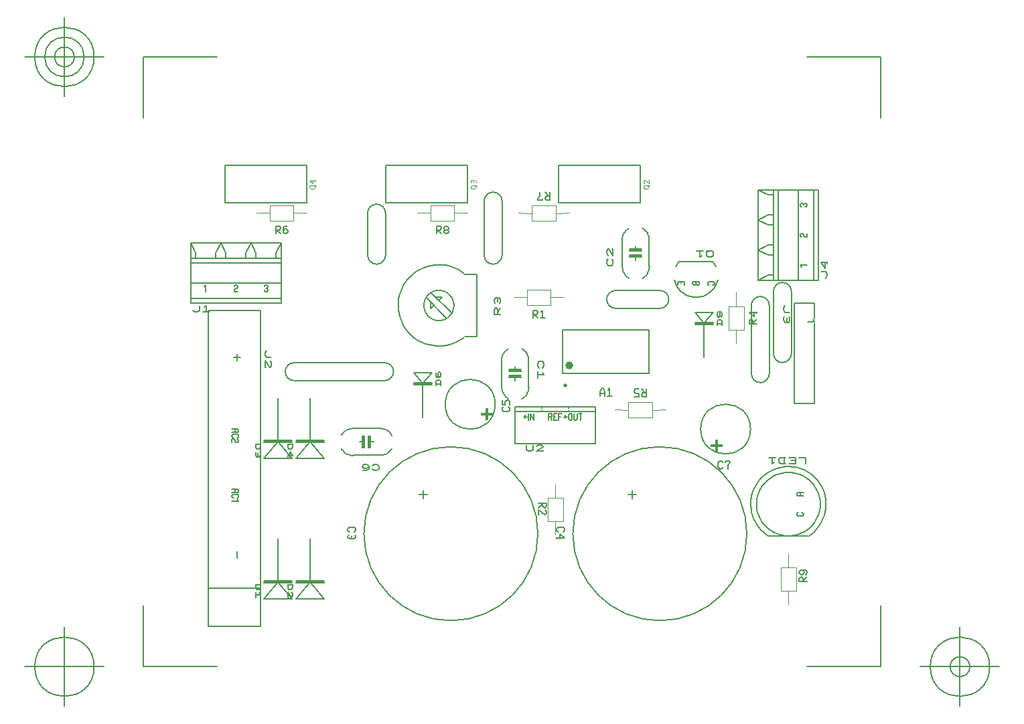
<source format=gbr>
G04 Generated by Ultiboard 14.1 *
%FSLAX34Y34*%
%MOMM*%

%ADD10C,0.0001*%
%ADD11C,0.2032*%
%ADD12C,0.0010*%
%ADD13C,0.1556*%
%ADD14C,0.1000*%
%ADD15C,0.1129*%
%ADD16C,0.2000*%
%ADD17C,0.1270*%
%ADD18C,0.50000*%
%ADD19C,1.00000*%


G04 ColorRGB FFFF00 for the following layer *
%LNSilkscreen Top*%
%LPD*%
G54D10*
G54D11*
X127816Y354189D02*
X126305Y351367D01*
X126305Y348544D01*
X127816Y345722D01*
X133864Y345722D01*
X132352Y341489D02*
X133864Y338667D01*
X133864Y335844D01*
X132352Y333022D01*
X131596Y333022D01*
X126305Y341489D01*
X126305Y333022D01*
X127060Y333022D01*
X54187Y5292D02*
X54187Y405342D01*
X119803Y5292D02*
X119803Y405342D01*
X54187Y405342D01*
X85937Y346075D02*
X94403Y346075D01*
X90170Y350308D02*
X90170Y341842D01*
X83820Y255058D02*
X90170Y255058D01*
X119803Y53975D02*
X54187Y53975D01*
X54187Y5292D02*
X119803Y5292D01*
X83820Y174625D02*
X90170Y174625D01*
X83820Y250825D02*
X90170Y250825D01*
X85937Y248708D02*
X90170Y248708D01*
X88054Y240242D02*
X88046Y240426D01*
X88022Y240610D01*
X87982Y240790D01*
X87926Y240966D01*
X87855Y241137D01*
X87770Y241300D01*
X87671Y241456D01*
X87558Y241603D01*
X87434Y241739D01*
X87298Y241863D01*
X87151Y241976D01*
X86995Y242075D01*
X86832Y242160D01*
X86661Y242231D01*
X86485Y242287D01*
X86305Y242327D01*
X86121Y242351D01*
X85937Y242359D01*
X83820Y178858D02*
X90170Y178858D01*
X85937Y172508D02*
X90170Y172508D01*
X92287Y164042D02*
X83820Y164042D01*
X85937Y248709D02*
X85753Y248701D01*
X85569Y248677D01*
X85389Y248637D01*
X85213Y248581D01*
X85042Y248510D01*
X84879Y248425D01*
X84723Y248326D01*
X84576Y248213D01*
X84440Y248089D01*
X84316Y247953D01*
X84203Y247806D01*
X84104Y247650D01*
X84019Y247487D01*
X83948Y247316D01*
X83892Y247140D01*
X83852Y246960D01*
X83828Y246776D01*
X83820Y246592D01*
X83828Y246408D01*
X83852Y246224D01*
X83892Y246044D01*
X83948Y245868D01*
X84019Y245697D01*
X84104Y245534D01*
X84203Y245378D01*
X84316Y245231D01*
X84440Y245095D01*
X84576Y244971D01*
X84723Y244858D01*
X84879Y244759D01*
X85042Y244674D01*
X85213Y244603D01*
X85389Y244547D01*
X85569Y244507D01*
X85753Y244483D01*
X85937Y244475D01*
X83820Y242358D02*
X85937Y242358D01*
X85937Y172509D02*
X85753Y172501D01*
X85569Y172477D01*
X85389Y172437D01*
X85213Y172381D01*
X85042Y172310D01*
X84879Y172225D01*
X84723Y172126D01*
X84576Y172013D01*
X84440Y171889D01*
X84316Y171753D01*
X84203Y171606D01*
X84104Y171450D01*
X84019Y171287D01*
X83948Y171116D01*
X83892Y170940D01*
X83852Y170760D01*
X83828Y170576D01*
X83820Y170392D01*
X83828Y170208D01*
X83852Y170024D01*
X83892Y169844D01*
X83948Y169668D01*
X84019Y169497D01*
X84104Y169334D01*
X84203Y169178D01*
X84316Y169031D01*
X84440Y168895D01*
X84576Y168771D01*
X84723Y168658D01*
X84879Y168559D01*
X85042Y168474D01*
X85213Y168403D01*
X85389Y168347D01*
X85569Y168307D01*
X85753Y168283D01*
X85937Y168275D01*
X83820Y238125D02*
X83820Y242358D01*
X88053Y255058D02*
X88053Y250825D01*
X88053Y240242D02*
X88061Y240058D01*
X88085Y239874D01*
X88125Y239694D01*
X88181Y239518D01*
X88252Y239347D01*
X88337Y239184D01*
X88436Y239028D01*
X88549Y238881D01*
X88673Y238745D01*
X88809Y238621D01*
X88956Y238508D01*
X89112Y238409D01*
X89275Y238324D01*
X89446Y238253D01*
X89622Y238197D01*
X89802Y238157D01*
X89986Y238133D01*
X90170Y238125D01*
X90354Y238133D01*
X90538Y238157D01*
X90718Y238197D01*
X90894Y238253D01*
X91065Y238324D01*
X91228Y238409D01*
X91384Y238508D01*
X91531Y238621D01*
X91667Y238745D01*
X91791Y238881D01*
X91904Y239028D01*
X92003Y239184D01*
X92088Y239347D01*
X92159Y239518D01*
X92215Y239694D01*
X92255Y239874D01*
X92279Y240058D01*
X92287Y240242D01*
X92279Y240426D01*
X92255Y240610D01*
X92215Y240790D01*
X92159Y240966D01*
X92088Y241137D01*
X92003Y241300D01*
X91904Y241456D01*
X91791Y241603D01*
X91667Y241739D01*
X91531Y241863D01*
X91384Y241976D01*
X91228Y242075D01*
X91065Y242160D01*
X90894Y242231D01*
X90718Y242287D01*
X90538Y242327D01*
X90354Y242351D01*
X90170Y242359D01*
X90170Y250825D02*
X90354Y250833D01*
X90538Y250857D01*
X90718Y250897D01*
X90894Y250953D01*
X91065Y251024D01*
X91228Y251109D01*
X91384Y251208D01*
X91531Y251321D01*
X91667Y251445D01*
X91791Y251581D01*
X91904Y251728D01*
X92003Y251884D01*
X92088Y252047D01*
X92159Y252218D01*
X92215Y252394D01*
X92255Y252574D01*
X92279Y252758D01*
X92287Y252942D01*
X92279Y253126D01*
X92255Y253310D01*
X92215Y253490D01*
X92159Y253666D01*
X92088Y253837D01*
X92003Y254000D01*
X91904Y254156D01*
X91791Y254303D01*
X91667Y254439D01*
X91531Y254563D01*
X91384Y254676D01*
X91228Y254775D01*
X91065Y254860D01*
X90894Y254931D01*
X90718Y254987D01*
X90538Y255027D01*
X90354Y255051D01*
X90170Y255059D01*
X90170Y244475D02*
X90354Y244483D01*
X90538Y244507D01*
X90718Y244547D01*
X90894Y244603D01*
X91065Y244674D01*
X91228Y244759D01*
X91384Y244858D01*
X91531Y244971D01*
X91667Y245095D01*
X91791Y245231D01*
X91904Y245378D01*
X92003Y245534D01*
X92088Y245697D01*
X92159Y245868D01*
X92215Y246044D01*
X92255Y246224D01*
X92279Y246408D01*
X92287Y246592D01*
X92279Y246776D01*
X92255Y246960D01*
X92215Y247140D01*
X92159Y247316D01*
X92088Y247487D01*
X92003Y247650D01*
X91904Y247806D01*
X91791Y247953D01*
X91667Y248089D01*
X91531Y248213D01*
X91384Y248326D01*
X91228Y248425D01*
X91065Y248510D01*
X90894Y248581D01*
X90718Y248637D01*
X90538Y248677D01*
X90354Y248701D01*
X90170Y248709D01*
X88053Y178858D02*
X88053Y174625D01*
X90170Y174625D02*
X90354Y174633D01*
X90538Y174657D01*
X90718Y174697D01*
X90894Y174753D01*
X91065Y174824D01*
X91228Y174909D01*
X91384Y175008D01*
X91531Y175121D01*
X91667Y175245D01*
X91791Y175381D01*
X91904Y175528D01*
X92003Y175684D01*
X92088Y175847D01*
X92159Y176018D01*
X92215Y176194D01*
X92255Y176374D01*
X92279Y176558D01*
X92287Y176742D01*
X92279Y176926D01*
X92255Y177110D01*
X92215Y177290D01*
X92159Y177466D01*
X92088Y177637D01*
X92003Y177800D01*
X91904Y177956D01*
X91791Y178103D01*
X91667Y178239D01*
X91531Y178363D01*
X91384Y178476D01*
X91228Y178575D01*
X91065Y178660D01*
X90894Y178731D01*
X90718Y178787D01*
X90538Y178827D01*
X90354Y178851D01*
X90170Y178859D01*
X90170Y166158D02*
X92287Y164042D01*
X90170Y168275D02*
X90354Y168283D01*
X90538Y168307D01*
X90718Y168347D01*
X90894Y168403D01*
X91065Y168474D01*
X91228Y168559D01*
X91384Y168658D01*
X91531Y168771D01*
X91667Y168895D01*
X91791Y169031D01*
X91904Y169178D01*
X92003Y169334D01*
X92088Y169497D01*
X92159Y169668D01*
X92215Y169844D01*
X92255Y170024D01*
X92279Y170208D01*
X92287Y170392D01*
X92279Y170576D01*
X92255Y170760D01*
X92215Y170940D01*
X92159Y171116D01*
X92088Y171287D01*
X92003Y171450D01*
X91904Y171606D01*
X91791Y171753D01*
X91667Y171889D01*
X91531Y172013D01*
X91384Y172126D01*
X91228Y172225D01*
X91065Y172310D01*
X90894Y172381D01*
X90718Y172437D01*
X90538Y172477D01*
X90354Y172501D01*
X90170Y172509D01*
X90170Y100542D02*
X90170Y92075D01*
X114003Y58998D02*
X114003Y54483D01*
X115152Y52225D01*
X118599Y52225D01*
X119748Y54483D01*
X119748Y58998D01*
X119748Y57869D02*
X114003Y57869D01*
X118599Y47709D02*
X119748Y45451D01*
X114003Y45451D01*
X114003Y48838D02*
X114003Y42065D01*
X124460Y40000D02*
X142240Y61590D01*
X160020Y40000D01*
X160020Y60320D02*
X124460Y60320D01*
X124460Y61590D02*
X160020Y61590D01*
X160020Y62860D02*
X124460Y62860D01*
X142240Y116200D02*
X142240Y61590D01*
X160020Y40000D02*
X124460Y40000D01*
X154643Y58998D02*
X154643Y54483D01*
X155792Y52225D01*
X159239Y52225D01*
X160388Y54483D01*
X160388Y58998D01*
X160388Y57869D02*
X154643Y57869D01*
X159239Y48838D02*
X160388Y46580D01*
X160388Y44323D01*
X159239Y42065D01*
X158664Y42065D01*
X154643Y48838D01*
X154643Y42065D01*
X155217Y42065D01*
X165100Y40000D02*
X182880Y61590D01*
X200660Y40000D01*
X200660Y60320D02*
X165100Y60320D01*
X165100Y61590D02*
X200660Y61590D01*
X200660Y62860D02*
X165100Y62860D01*
X182880Y116200D02*
X182880Y61590D01*
X200660Y40000D02*
X165100Y40000D01*
X232388Y124911D02*
X230388Y126902D01*
X230388Y128893D01*
X232388Y130884D01*
X238388Y130884D01*
X240388Y128893D01*
X240388Y126902D01*
X238388Y124911D01*
X239388Y120929D02*
X240388Y119933D01*
X240388Y117942D01*
X238388Y115951D01*
X236388Y115951D01*
X235388Y116947D01*
X234388Y115951D01*
X232388Y115951D01*
X230388Y117942D01*
X230388Y119933D01*
X231388Y120929D01*
X235388Y119933D02*
X235388Y116947D01*
X250680Y122620D02*
G75*
D01*
G02X250680Y122620I110000J0*
G01*
X331070Y172163D02*
X320910Y172163D01*
X325990Y167083D02*
X325990Y177243D01*
X496548Y124911D02*
X494548Y126902D01*
X494548Y128893D01*
X496548Y130884D01*
X502548Y130884D01*
X504548Y128893D01*
X504548Y126902D01*
X502548Y124911D01*
X498548Y115951D02*
X498548Y121924D01*
X504548Y116947D01*
X494548Y116947D01*
X494548Y117942D02*
X494548Y115951D01*
X514840Y122620D02*
G75*
D01*
G02X514840Y122620I110000J0*
G01*
X595230Y172163D02*
X585070Y172163D01*
X590150Y167083D02*
X590150Y177243D01*
X114003Y236798D02*
X114003Y232283D01*
X115152Y230025D01*
X118599Y230025D01*
X119748Y232283D01*
X119748Y236798D01*
X119748Y235669D02*
X114003Y235669D01*
X119173Y225509D02*
X119748Y224380D01*
X119748Y222123D01*
X118599Y219865D01*
X117450Y219865D01*
X116875Y220994D01*
X116301Y219865D01*
X115152Y219865D01*
X114003Y222123D01*
X114003Y224380D01*
X114577Y225509D01*
X116875Y224380D02*
X116875Y220994D01*
X124460Y217800D02*
X142240Y239390D01*
X160020Y217800D01*
X160020Y238120D02*
X124460Y238120D01*
X124460Y239390D02*
X160020Y239390D01*
X160020Y240660D02*
X124460Y240660D01*
X142240Y294000D02*
X142240Y239390D01*
X160020Y217800D02*
X124460Y217800D01*
X154643Y236798D02*
X154643Y232283D01*
X155792Y230025D01*
X159239Y230025D01*
X160388Y232283D01*
X160388Y236798D01*
X160388Y235669D02*
X154643Y235669D01*
X156941Y219865D02*
X156941Y226638D01*
X160388Y220994D01*
X154643Y220994D01*
X154643Y222123D02*
X154643Y219865D01*
X165100Y217800D02*
X182880Y239390D01*
X200660Y217800D01*
X200660Y238120D02*
X165100Y238120D01*
X165100Y239390D02*
X200660Y239390D01*
X200660Y240660D02*
X165100Y240660D01*
X182880Y294000D02*
X182880Y239390D01*
X200660Y217800D02*
X165100Y217800D01*
X261056Y208522D02*
X263878Y210034D01*
X266700Y210034D01*
X269522Y208522D01*
X269522Y203986D01*
X266700Y202474D01*
X263878Y202474D01*
X261056Y203986D01*
X249767Y202474D02*
X254000Y202474D01*
X256822Y203986D01*
X256822Y207010D01*
X256822Y208522D01*
X254000Y210034D01*
X251178Y210034D01*
X248356Y208522D01*
X248356Y207010D01*
X251178Y205498D01*
X254000Y205498D01*
X256822Y207010D01*
X270933Y221827D02*
X272409Y221891D01*
X273873Y222084D01*
X275316Y222404D01*
X276725Y222848D01*
X278089Y223413D01*
X279400Y224095D01*
X280646Y224889D01*
X281818Y225788D01*
X282907Y226786D01*
X283905Y227875D01*
X284804Y229047D01*
X285598Y230293D01*
X285928Y247072D02*
X285147Y248347D01*
X284257Y249550D01*
X283266Y250670D01*
X282181Y251699D01*
X281011Y252631D01*
X279763Y253456D01*
X278449Y254170D01*
X277077Y254766D01*
X275659Y255241D01*
X274204Y255590D01*
X272725Y255811D01*
X271232Y255902D01*
X270933Y255905D01*
X259080Y238760D02*
X262890Y238760D01*
X256540Y246380D02*
X256540Y231140D01*
X257810Y231140D02*
X257810Y246380D01*
X259080Y246380D02*
X259080Y231140D01*
X250190Y246380D02*
X250190Y231140D01*
X251460Y231140D02*
X251460Y246380D01*
X248920Y231140D02*
X248920Y246380D01*
X248920Y238760D02*
X245110Y238760D01*
X270933Y255693D02*
X237067Y255693D01*
X235591Y255629D01*
X234127Y255436D01*
X232684Y255116D01*
X231275Y254672D01*
X229911Y254107D01*
X228600Y253425D01*
X227354Y252631D01*
X226182Y251732D01*
X225093Y250734D01*
X224095Y249645D01*
X223196Y248473D01*
X222402Y247227D01*
X270933Y221827D02*
X237067Y221827D01*
X222072Y230448D02*
X222853Y229173D01*
X223743Y227970D01*
X224734Y226850D01*
X225819Y225821D01*
X226989Y224889D01*
X228237Y224064D01*
X229551Y223350D01*
X230923Y222754D01*
X232341Y222279D01*
X233796Y221930D01*
X235275Y221709D01*
X236768Y221618D01*
X237067Y221615D01*
X456071Y234854D02*
X456071Y229049D01*
X458893Y227597D01*
X461716Y227597D01*
X464538Y229049D01*
X464538Y234854D01*
X468771Y233403D02*
X471593Y234854D01*
X474416Y234854D01*
X477238Y233403D01*
X477238Y232677D01*
X468771Y227597D01*
X477238Y227597D01*
X477238Y228323D01*
X441960Y283417D02*
X543560Y283417D01*
X441960Y236850D02*
X441960Y283417D01*
X475827Y281300D02*
X475827Y283417D01*
X509693Y281300D02*
X509693Y283417D01*
X543560Y283417D02*
X543560Y236850D01*
X441960Y236850D01*
X543560Y277067D02*
X441960Y277067D01*
X456777Y270717D02*
X452543Y270717D01*
X454660Y272833D02*
X454660Y268600D01*
X475827Y279183D02*
X475827Y277067D01*
X465243Y266483D02*
X461010Y274950D01*
X465243Y274950D02*
X465243Y266483D01*
X458893Y266483D02*
X458893Y274950D01*
X461010Y274950D02*
X461010Y266483D01*
X516043Y268600D02*
X516051Y268416D01*
X516075Y268232D01*
X516115Y268052D01*
X516171Y267876D01*
X516242Y267705D01*
X516327Y267542D01*
X516426Y267386D01*
X516539Y267239D01*
X516663Y267103D01*
X516799Y266979D01*
X516946Y266866D01*
X517102Y266767D01*
X517265Y266682D01*
X517436Y266611D01*
X517612Y266555D01*
X517792Y266515D01*
X517976Y266491D01*
X518160Y266483D01*
X518344Y266491D01*
X518528Y266515D01*
X518708Y266555D01*
X518884Y266611D01*
X519055Y266682D01*
X519218Y266767D01*
X519374Y266866D01*
X519521Y266979D01*
X519657Y267103D01*
X519781Y267239D01*
X519894Y267386D01*
X519993Y267542D01*
X520078Y267705D01*
X520149Y267876D01*
X520205Y268052D01*
X520245Y268232D01*
X520269Y268416D01*
X520277Y268600D01*
X488527Y266483D02*
X486410Y270717D01*
X486410Y270716D02*
X486594Y270724D01*
X486778Y270748D01*
X486958Y270788D01*
X487134Y270844D01*
X487305Y270915D01*
X487468Y271000D01*
X487624Y271099D01*
X487771Y271212D01*
X487907Y271336D01*
X488031Y271472D01*
X488144Y271619D01*
X488243Y271775D01*
X488328Y271938D01*
X488399Y272109D01*
X488455Y272285D01*
X488495Y272465D01*
X488519Y272649D01*
X488527Y272833D01*
X488519Y273017D01*
X488495Y273201D01*
X488455Y273381D01*
X488399Y273557D01*
X488328Y273728D01*
X488243Y273891D01*
X488144Y274047D01*
X488031Y274194D01*
X487907Y274330D01*
X487771Y274454D01*
X487624Y274567D01*
X487468Y274666D01*
X487305Y274751D01*
X487134Y274822D01*
X486958Y274878D01*
X486778Y274918D01*
X486594Y274942D01*
X486410Y274950D01*
X486410Y270717D02*
X484293Y270717D01*
X484293Y274950D02*
X486410Y274950D01*
X484293Y266483D02*
X484293Y274950D01*
X496993Y274950D02*
X501227Y274950D01*
X496993Y266483D02*
X496993Y274950D01*
X496993Y270717D02*
X499110Y270717D01*
X490643Y266483D02*
X490643Y274950D01*
X494877Y266483D02*
X490643Y266483D01*
X490643Y270717D02*
X492760Y270717D01*
X490643Y274950D02*
X494877Y274950D01*
X516043Y274950D02*
X516043Y268600D01*
X509693Y279183D02*
X509693Y277067D01*
X509693Y268600D02*
X509701Y268416D01*
X509725Y268232D01*
X509765Y268052D01*
X509821Y267876D01*
X509892Y267705D01*
X509977Y267542D01*
X510076Y267386D01*
X510189Y267239D01*
X510313Y267103D01*
X510449Y266979D01*
X510596Y266866D01*
X510752Y266767D01*
X510915Y266682D01*
X511086Y266611D01*
X511262Y266555D01*
X511442Y266515D01*
X511626Y266491D01*
X511810Y266483D01*
X511994Y266491D01*
X512178Y266515D01*
X512358Y266555D01*
X512534Y266611D01*
X512705Y266682D01*
X512868Y266767D01*
X513024Y266866D01*
X513171Y266979D01*
X513307Y267103D01*
X513431Y267239D01*
X513544Y267386D01*
X513643Y267542D01*
X513728Y267705D01*
X513799Y267876D01*
X513855Y268052D01*
X513895Y268232D01*
X513919Y268416D01*
X513927Y268600D01*
X507577Y270717D02*
X503343Y270717D01*
X505460Y272833D02*
X505460Y268600D01*
X513927Y272833D02*
X513927Y268600D01*
X509693Y268600D02*
X509693Y272833D01*
X513927Y272833D02*
X513919Y273017D01*
X513895Y273201D01*
X513855Y273381D01*
X513799Y273557D01*
X513728Y273728D01*
X513643Y273891D01*
X513544Y274047D01*
X513431Y274194D01*
X513307Y274330D01*
X513171Y274454D01*
X513024Y274567D01*
X512868Y274666D01*
X512705Y274751D01*
X512534Y274822D01*
X512358Y274878D01*
X512178Y274918D01*
X511994Y274942D01*
X511810Y274950D01*
X511626Y274942D01*
X511442Y274918D01*
X511262Y274878D01*
X511086Y274822D01*
X510915Y274751D01*
X510752Y274666D01*
X510596Y274567D01*
X510449Y274454D01*
X510313Y274330D01*
X510189Y274194D01*
X510076Y274047D01*
X509977Y273891D01*
X509892Y273728D01*
X509821Y273557D01*
X509765Y273381D01*
X509725Y273201D01*
X509701Y273017D01*
X509693Y272833D01*
X522393Y274950D02*
X526627Y274950D01*
X520277Y268600D02*
X520277Y274950D01*
X524510Y274950D02*
X524510Y266483D01*
X347939Y310544D02*
X347939Y315060D01*
X346669Y317317D01*
X342859Y317317D01*
X341589Y315060D01*
X341589Y310544D01*
X341589Y311673D02*
X347939Y311673D01*
X341589Y326349D02*
X341589Y322962D01*
X342859Y320704D01*
X345399Y320704D01*
X346669Y320704D01*
X347939Y322962D01*
X347939Y325220D01*
X346669Y327477D01*
X345399Y327477D01*
X344129Y325220D01*
X344129Y322962D01*
X345399Y320704D01*
X325120Y269240D02*
X325120Y312420D01*
X313690Y326390D01*
X336550Y326390D02*
X325120Y312420D01*
X313690Y313690D02*
X336550Y313690D01*
X336550Y312420D02*
X313690Y312420D01*
X313690Y311150D02*
X336550Y311150D01*
X313690Y326390D02*
X336550Y326390D01*
X433372Y283029D02*
X435372Y281038D01*
X435372Y279047D01*
X433372Y277056D01*
X427372Y277056D01*
X425372Y279047D01*
X425372Y281038D01*
X427372Y283029D01*
X425372Y291989D02*
X425372Y286016D01*
X429372Y286016D01*
X429372Y289998D01*
X431372Y291989D01*
X433372Y291989D01*
X435372Y289998D01*
X435372Y286016D01*
X353580Y286320D02*
G75*
D01*
G02X353580Y286320I31500J0*
G01*
X472198Y332176D02*
X470686Y334998D01*
X470686Y337820D01*
X472198Y340642D01*
X476734Y340642D01*
X478246Y337820D01*
X478246Y334998D01*
X476734Y332176D01*
X476734Y326531D02*
X478246Y323709D01*
X470686Y323709D01*
X470686Y327942D02*
X470686Y319476D01*
X458893Y342053D02*
X458829Y343529D01*
X458636Y344993D01*
X458316Y346436D01*
X457872Y347845D01*
X457307Y349209D01*
X456625Y350520D01*
X455831Y351766D01*
X454932Y352938D01*
X453934Y354027D01*
X452845Y355025D01*
X451673Y355924D01*
X450427Y356718D01*
X433648Y357048D02*
X432373Y356267D01*
X431170Y355377D01*
X430050Y354386D01*
X429021Y353301D01*
X428089Y352131D01*
X427264Y350883D01*
X426550Y349569D01*
X425954Y348197D01*
X425479Y346779D01*
X425130Y345324D01*
X424909Y343845D01*
X424818Y342352D01*
X424815Y342053D01*
X441960Y330200D02*
X441960Y334010D01*
X434340Y327660D02*
X449580Y327660D01*
X449580Y328930D02*
X434340Y328930D01*
X434340Y330200D02*
X449580Y330200D01*
X434340Y321310D02*
X449580Y321310D01*
X449580Y322580D02*
X434340Y322580D01*
X449580Y320040D02*
X434340Y320040D01*
X441960Y320040D02*
X441960Y316230D01*
X425027Y342053D02*
X425027Y308187D01*
X425091Y306711D01*
X425284Y305247D01*
X425604Y303804D01*
X426048Y302395D01*
X426613Y301031D01*
X427295Y299720D01*
X428089Y298474D01*
X428988Y297302D01*
X429986Y296213D01*
X431075Y295215D01*
X432247Y294316D01*
X433493Y293522D01*
X458893Y342053D02*
X458893Y308187D01*
X450272Y293192D02*
X451547Y293973D01*
X452750Y294863D01*
X453870Y295854D01*
X454899Y296939D01*
X455831Y298109D01*
X456656Y299357D01*
X457370Y300671D01*
X457966Y302043D01*
X458441Y303461D01*
X458790Y304916D01*
X459011Y306395D01*
X459102Y307888D01*
X459105Y308187D01*
X549595Y296654D02*
X549595Y302654D01*
X551586Y306654D01*
X553577Y306654D01*
X555568Y302654D01*
X555568Y296654D01*
X549595Y299654D02*
X555568Y299654D01*
X559550Y304654D02*
X561542Y306654D01*
X561542Y296654D01*
X558555Y296654D02*
X564528Y296654D01*
X610860Y380430D02*
X501660Y380430D01*
X501660Y325690D02*
X610860Y325690D01*
X501660Y380430D02*
X501660Y325690D01*
X610860Y325690D02*
X610860Y380430D01*
X783136Y411339D02*
X781625Y408517D01*
X781625Y405694D01*
X783136Y402872D01*
X789184Y402872D01*
X788428Y397228D02*
X789184Y395817D01*
X789184Y392994D01*
X787672Y390172D01*
X786160Y390172D01*
X785404Y391583D01*
X784648Y390172D01*
X783136Y390172D01*
X781625Y392994D01*
X781625Y395817D01*
X782380Y397228D01*
X785404Y395817D02*
X785404Y391583D01*
X820420Y287020D02*
X820420Y388620D01*
X820420Y394970D02*
X820420Y414020D01*
X795020Y414020D01*
X820420Y390737D02*
X811953Y390737D01*
X818303Y392853D02*
X820420Y390737D01*
X820420Y287020D02*
X795020Y287020D01*
X795020Y414020D01*
X703539Y386744D02*
X703539Y391260D01*
X702269Y393517D01*
X698459Y393517D01*
X697189Y391260D01*
X697189Y386744D01*
X697189Y387873D02*
X703539Y387873D01*
X702269Y396904D02*
X703539Y399162D01*
X703539Y401420D01*
X702269Y403677D01*
X699729Y403677D01*
X698459Y403677D01*
X697189Y401420D01*
X697189Y399162D01*
X698459Y396904D01*
X699729Y396904D01*
X700999Y399162D01*
X700999Y401420D01*
X699729Y403677D01*
X680720Y345440D02*
X680720Y388620D01*
X669290Y402590D01*
X692150Y402590D02*
X680720Y388620D01*
X669290Y389890D02*
X692150Y389890D01*
X692150Y388620D02*
X669290Y388620D01*
X669290Y387350D02*
X692150Y387350D01*
X669290Y402590D02*
X692150Y402590D01*
X423394Y400191D02*
X415834Y400191D01*
X415834Y405836D01*
X417346Y408658D01*
X418102Y408658D01*
X419614Y405836D01*
X419614Y400191D01*
X419614Y401602D02*
X423394Y408658D01*
X416590Y414302D02*
X415834Y415713D01*
X415834Y418536D01*
X417346Y421358D01*
X418858Y421358D01*
X419614Y419947D01*
X420370Y421358D01*
X421882Y421358D01*
X423394Y418536D01*
X423394Y415713D01*
X422638Y414302D01*
X419614Y415713D02*
X419614Y419947D01*
X377809Y451452D02*
X374202Y454122D01*
X370376Y456466D01*
X366361Y458468D01*
X362186Y460113D01*
X357883Y461387D01*
X353486Y462282D01*
X349028Y462790D01*
X344542Y462907D01*
X340064Y462633D01*
X335626Y461970D01*
X331263Y460922D01*
X327007Y459499D01*
X322892Y457709D01*
X318949Y455568D01*
X315207Y453092D01*
X311696Y450298D01*
X308441Y447210D01*
X305468Y443849D01*
X302798Y440242D01*
X300454Y436416D01*
X298452Y432401D01*
X296807Y428226D01*
X295533Y423923D01*
X294638Y419526D01*
X294130Y415068D01*
X294013Y410582D01*
X294287Y406104D01*
X294950Y401666D01*
X295998Y397303D01*
X297421Y393047D01*
X299211Y388932D01*
X301352Y384989D01*
X303828Y381247D01*
X306622Y377736D01*
X309710Y374481D01*
X313071Y371508D01*
X316678Y368838D01*
X320504Y366494D01*
X324519Y364492D01*
X328694Y362847D01*
X332997Y361573D01*
X337394Y360678D01*
X341852Y360170D01*
X346338Y360053D01*
X350816Y360327D01*
X355254Y360990D01*
X359617Y362038D01*
X363873Y363461D01*
X367988Y365251D01*
X371931Y367392D01*
X375673Y369868D01*
X377809Y371508D01*
X393700Y450850D02*
X393700Y372110D01*
X345440Y430530D02*
X343780Y430457D01*
X342132Y430241D01*
X340509Y429881D01*
X338925Y429381D01*
X337389Y428745D01*
X335915Y427978D01*
X334513Y427085D01*
X333195Y426073D01*
X331970Y424950D01*
X330847Y423725D01*
X329835Y422407D01*
X328942Y421005D01*
X328175Y419531D01*
X327539Y417995D01*
X327039Y416411D01*
X326679Y414788D01*
X326463Y413140D01*
X326390Y411480D01*
X326463Y409820D01*
X326679Y408172D01*
X327039Y406549D01*
X327539Y404965D01*
X328175Y403429D01*
X328942Y401955D01*
X329835Y400553D01*
X330847Y399235D01*
X331970Y398010D01*
X333195Y396887D01*
X334513Y395875D01*
X335915Y394982D01*
X337389Y394215D01*
X338925Y393579D01*
X340509Y393079D01*
X342132Y392719D01*
X343780Y392503D01*
X345440Y392430D01*
X347100Y392503D01*
X348748Y392719D01*
X350371Y393079D01*
X351955Y393579D01*
X353491Y394215D01*
X354965Y394982D01*
X356367Y395875D01*
X357685Y396887D01*
X358910Y398010D01*
X360033Y399235D01*
X361045Y400553D01*
X361938Y401955D01*
X362705Y403429D01*
X363341Y404965D01*
X363841Y406549D01*
X364201Y408172D01*
X364417Y409820D01*
X364490Y411480D01*
X364417Y413140D01*
X364201Y414788D01*
X363841Y416411D01*
X363341Y417995D01*
X362705Y419531D01*
X361938Y421005D01*
X361045Y422407D01*
X360033Y423725D01*
X358910Y424950D01*
X357685Y426073D01*
X356367Y427085D01*
X354965Y427978D01*
X353491Y428745D01*
X351955Y429381D01*
X350371Y429881D01*
X348748Y430241D01*
X347100Y430457D01*
X345440Y430530D01*
X355600Y394970D02*
X328930Y421640D01*
X378460Y372110D02*
X393700Y372110D01*
X361950Y401320D02*
X335280Y427990D01*
X335280Y407670D02*
X339090Y411480D01*
X341630Y421640D02*
X349250Y421640D01*
X345440Y417830D01*
X335280Y415290D02*
X335280Y407670D01*
X378460Y450850D02*
X393700Y450850D01*
X34431Y404676D02*
X37253Y403165D01*
X40076Y403165D01*
X42898Y404676D01*
X42898Y410724D01*
X48542Y409212D02*
X51364Y410724D01*
X51364Y403165D01*
X47131Y403165D02*
X55598Y403165D01*
X31750Y414020D02*
X31750Y490220D01*
X146050Y490220D02*
X146050Y414020D01*
X38100Y477520D02*
X38100Y471170D01*
X76200Y477520D02*
X76200Y471170D01*
X63500Y477520D02*
X63500Y471170D01*
X139700Y477520D02*
X139700Y471170D01*
X101600Y477520D02*
X101600Y471170D01*
X114300Y477520D02*
X114300Y471170D01*
X146050Y414020D02*
X31750Y414020D01*
X31750Y420370D02*
X146050Y420370D01*
X31750Y439420D02*
X146050Y439420D01*
X31750Y464820D02*
X146050Y464820D01*
X146050Y471170D02*
X31750Y471170D01*
X48683Y435187D02*
X50800Y437303D01*
X50800Y428837D01*
X88900Y433070D02*
X89084Y433078D01*
X89268Y433102D01*
X89448Y433142D01*
X89624Y433198D01*
X89795Y433269D01*
X89958Y433354D01*
X90114Y433453D01*
X90261Y433566D01*
X90397Y433690D01*
X90521Y433826D01*
X90634Y433973D01*
X90733Y434129D01*
X90818Y434292D01*
X90889Y434463D01*
X90945Y434639D01*
X90985Y434819D01*
X91009Y435003D01*
X91017Y435187D01*
X91009Y435371D01*
X90985Y435555D01*
X90945Y435735D01*
X90889Y435911D01*
X90818Y436082D01*
X90733Y436245D01*
X90634Y436401D01*
X90521Y436548D01*
X90397Y436684D01*
X90261Y436808D01*
X90114Y436921D01*
X89958Y437020D01*
X89795Y437105D01*
X89624Y437176D01*
X89448Y437232D01*
X89268Y437272D01*
X89084Y437296D01*
X88900Y437304D01*
X88716Y437296D01*
X88532Y437272D01*
X88352Y437232D01*
X88176Y437176D01*
X88005Y437105D01*
X87842Y437020D01*
X87686Y436921D01*
X87539Y436808D01*
X87403Y436684D01*
X87279Y436548D01*
X87166Y436401D01*
X87067Y436245D01*
X86982Y436082D01*
X86911Y435911D01*
X86855Y435735D01*
X86815Y435555D01*
X86791Y435371D01*
X86783Y435187D01*
X91017Y428837D02*
X86783Y428837D01*
X88900Y433070D02*
X88716Y433062D01*
X88532Y433038D01*
X88352Y432998D01*
X88176Y432942D01*
X88005Y432871D01*
X87842Y432786D01*
X87686Y432687D01*
X87539Y432574D01*
X87403Y432450D01*
X87279Y432314D01*
X87166Y432167D01*
X87067Y432011D01*
X86982Y431848D01*
X86911Y431677D01*
X86855Y431501D01*
X86815Y431321D01*
X86791Y431137D01*
X86783Y430953D01*
X86783Y428837D02*
X86783Y430953D01*
X127000Y433070D02*
X127184Y433078D01*
X127368Y433102D01*
X127548Y433142D01*
X127724Y433198D01*
X127895Y433269D01*
X128058Y433354D01*
X128214Y433453D01*
X128361Y433566D01*
X128497Y433690D01*
X128621Y433826D01*
X128734Y433973D01*
X128833Y434129D01*
X128918Y434292D01*
X128989Y434463D01*
X129045Y434639D01*
X129085Y434819D01*
X129109Y435003D01*
X129117Y435187D01*
X129109Y435371D01*
X129085Y435555D01*
X129045Y435735D01*
X128989Y435911D01*
X128918Y436082D01*
X128833Y436245D01*
X128734Y436401D01*
X128621Y436548D01*
X128497Y436684D01*
X128361Y436808D01*
X128214Y436921D01*
X128058Y437020D01*
X127895Y437105D01*
X127724Y437176D01*
X127548Y437232D01*
X127368Y437272D01*
X127184Y437296D01*
X127000Y437304D01*
X126816Y437296D01*
X126632Y437272D01*
X126452Y437232D01*
X126276Y437176D01*
X126105Y437105D01*
X125942Y437020D01*
X125786Y436921D01*
X125639Y436808D01*
X125503Y436684D01*
X125379Y436548D01*
X125266Y436401D01*
X125167Y436245D01*
X125082Y436082D01*
X125011Y435911D01*
X124955Y435735D01*
X124915Y435555D01*
X124891Y435371D01*
X124883Y435187D01*
X124883Y430953D02*
X124891Y430769D01*
X124915Y430585D01*
X124955Y430405D01*
X125011Y430229D01*
X125082Y430058D01*
X125167Y429895D01*
X125266Y429739D01*
X125379Y429592D01*
X125503Y429456D01*
X125639Y429332D01*
X125786Y429219D01*
X125942Y429120D01*
X126105Y429035D01*
X126276Y428964D01*
X126452Y428908D01*
X126632Y428868D01*
X126816Y428844D01*
X127000Y428836D01*
X127184Y428844D01*
X127368Y428868D01*
X127548Y428908D01*
X127724Y428964D01*
X127895Y429035D01*
X128058Y429120D01*
X128214Y429219D01*
X128361Y429332D01*
X128497Y429456D01*
X128621Y429592D01*
X128734Y429739D01*
X128833Y429895D01*
X128918Y430058D01*
X128989Y430229D01*
X129045Y430405D01*
X129085Y430585D01*
X129109Y430769D01*
X129117Y430953D01*
X129109Y431137D01*
X129085Y431321D01*
X129045Y431501D01*
X128989Y431677D01*
X128918Y431848D01*
X128833Y432011D01*
X128734Y432167D01*
X128621Y432314D01*
X128497Y432450D01*
X128361Y432574D01*
X128214Y432687D01*
X128058Y432786D01*
X127895Y432871D01*
X127724Y432942D01*
X127548Y432998D01*
X127368Y433038D01*
X127184Y433062D01*
X127000Y433070D01*
X127000Y433070D01*
X31750Y490220D02*
X146050Y490220D01*
X107950Y490220D02*
X114300Y477520D01*
X69850Y490220D02*
X63500Y477520D01*
X69850Y490220D02*
X76200Y477520D01*
X31750Y490220D02*
X38100Y477520D01*
X107950Y490220D02*
X101600Y477520D01*
X146050Y490220D02*
X139700Y477520D01*
X834844Y445911D02*
X836355Y448733D01*
X836355Y451556D01*
X834844Y454378D01*
X828796Y454378D01*
X833332Y467078D02*
X833332Y458611D01*
X828796Y465667D01*
X836355Y465667D01*
X836355Y464256D02*
X836355Y467078D01*
X825500Y443230D02*
X749300Y443230D01*
X749300Y557530D02*
X825500Y557530D01*
X762000Y449580D02*
X768350Y449580D01*
X762000Y487680D02*
X768350Y487680D01*
X762000Y474980D02*
X768350Y474980D01*
X762000Y551180D02*
X768350Y551180D01*
X762000Y513080D02*
X768350Y513080D01*
X762000Y525780D02*
X768350Y525780D01*
X825500Y557530D02*
X825500Y443230D01*
X819150Y443230D02*
X819150Y557530D01*
X800100Y443230D02*
X800100Y557530D01*
X774700Y443230D02*
X774700Y557530D01*
X768350Y557530D02*
X768350Y443230D01*
X804333Y460163D02*
X802217Y462280D01*
X810683Y462280D01*
X806450Y500380D02*
X806442Y500564D01*
X806418Y500748D01*
X806378Y500928D01*
X806322Y501104D01*
X806251Y501275D01*
X806166Y501438D01*
X806067Y501594D01*
X805954Y501741D01*
X805830Y501877D01*
X805694Y502001D01*
X805547Y502114D01*
X805391Y502213D01*
X805228Y502298D01*
X805057Y502369D01*
X804881Y502425D01*
X804701Y502465D01*
X804517Y502489D01*
X804333Y502497D01*
X804149Y502489D01*
X803965Y502465D01*
X803785Y502425D01*
X803609Y502369D01*
X803438Y502298D01*
X803275Y502213D01*
X803119Y502114D01*
X802972Y502001D01*
X802836Y501877D01*
X802712Y501741D01*
X802599Y501594D01*
X802500Y501438D01*
X802415Y501275D01*
X802344Y501104D01*
X802288Y500928D01*
X802248Y500748D01*
X802224Y500564D01*
X802216Y500380D01*
X802224Y500196D01*
X802248Y500012D01*
X802288Y499832D01*
X802344Y499656D01*
X802415Y499485D01*
X802500Y499322D01*
X802599Y499166D01*
X802712Y499019D01*
X802836Y498883D01*
X802972Y498759D01*
X803119Y498646D01*
X803275Y498547D01*
X803438Y498462D01*
X803609Y498391D01*
X803785Y498335D01*
X803965Y498295D01*
X804149Y498271D01*
X804333Y498263D01*
X810683Y502497D02*
X810683Y498263D01*
X806450Y500380D02*
X806458Y500196D01*
X806482Y500012D01*
X806522Y499832D01*
X806578Y499656D01*
X806649Y499485D01*
X806734Y499322D01*
X806833Y499166D01*
X806946Y499019D01*
X807070Y498883D01*
X807206Y498759D01*
X807353Y498646D01*
X807509Y498547D01*
X807672Y498462D01*
X807843Y498391D01*
X808019Y498335D01*
X808199Y498295D01*
X808383Y498271D01*
X808567Y498263D01*
X810683Y498263D02*
X808567Y498263D01*
X806450Y538480D02*
X806442Y538664D01*
X806418Y538848D01*
X806378Y539028D01*
X806322Y539204D01*
X806251Y539375D01*
X806166Y539538D01*
X806067Y539694D01*
X805954Y539841D01*
X805830Y539977D01*
X805694Y540101D01*
X805547Y540214D01*
X805391Y540313D01*
X805228Y540398D01*
X805057Y540469D01*
X804881Y540525D01*
X804701Y540565D01*
X804517Y540589D01*
X804333Y540597D01*
X804149Y540589D01*
X803965Y540565D01*
X803785Y540525D01*
X803609Y540469D01*
X803438Y540398D01*
X803275Y540313D01*
X803119Y540214D01*
X802972Y540101D01*
X802836Y539977D01*
X802712Y539841D01*
X802599Y539694D01*
X802500Y539538D01*
X802415Y539375D01*
X802344Y539204D01*
X802288Y539028D01*
X802248Y538848D01*
X802224Y538664D01*
X802216Y538480D01*
X802224Y538296D01*
X802248Y538112D01*
X802288Y537932D01*
X802344Y537756D01*
X802415Y537585D01*
X802500Y537422D01*
X802599Y537266D01*
X802712Y537119D01*
X802836Y536983D01*
X802972Y536859D01*
X803119Y536746D01*
X803275Y536647D01*
X803438Y536562D01*
X803609Y536491D01*
X803785Y536435D01*
X803965Y536395D01*
X804149Y536371D01*
X804333Y536363D01*
X808567Y536363D02*
X808751Y536371D01*
X808935Y536395D01*
X809115Y536435D01*
X809291Y536491D01*
X809462Y536562D01*
X809625Y536647D01*
X809781Y536746D01*
X809928Y536859D01*
X810064Y536983D01*
X810188Y537119D01*
X810301Y537266D01*
X810400Y537422D01*
X810485Y537585D01*
X810556Y537756D01*
X810612Y537932D01*
X810652Y538112D01*
X810676Y538296D01*
X810684Y538480D01*
X810676Y538664D01*
X810652Y538848D01*
X810612Y539028D01*
X810556Y539204D01*
X810485Y539375D01*
X810400Y539538D01*
X810301Y539694D01*
X810188Y539841D01*
X810064Y539977D01*
X809928Y540101D01*
X809781Y540214D01*
X809625Y540313D01*
X809462Y540398D01*
X809291Y540469D01*
X809115Y540525D01*
X808935Y540565D01*
X808751Y540589D01*
X808567Y540597D01*
X808383Y540589D01*
X808199Y540565D01*
X808019Y540525D01*
X807843Y540469D01*
X807672Y540398D01*
X807509Y540313D01*
X807353Y540214D01*
X807206Y540101D01*
X807070Y539977D01*
X806946Y539841D01*
X806833Y539694D01*
X806734Y539538D01*
X806649Y539375D01*
X806578Y539204D01*
X806522Y539028D01*
X806482Y538848D01*
X806458Y538664D01*
X806450Y538480D01*
X806450Y538480D01*
X749300Y443230D02*
X749300Y557530D01*
X749300Y519430D02*
X762000Y525780D01*
X749300Y481330D02*
X762000Y474980D01*
X749300Y481330D02*
X762000Y487680D01*
X749300Y443230D02*
X762000Y449580D01*
X749300Y519430D02*
X762000Y513080D01*
X749300Y557530D02*
X762000Y551180D01*
X704669Y206708D02*
X702678Y204708D01*
X700687Y204708D01*
X698696Y206708D01*
X698696Y212708D01*
X700687Y214708D01*
X702678Y214708D01*
X704669Y212708D01*
X710642Y204708D02*
X710642Y209708D01*
X713629Y212708D01*
X713629Y214708D01*
X707656Y214708D01*
X707656Y212708D01*
X676460Y255000D02*
G75*
D01*
G02X676460Y255000I31500J0*
G01*
X808849Y211576D02*
X808849Y219135D01*
X800382Y219135D01*
X787682Y219135D02*
X796149Y219135D01*
X796149Y215356D01*
X796149Y211576D01*
X787682Y211576D01*
X796149Y215356D02*
X790504Y215356D01*
X783449Y219135D02*
X777804Y219135D01*
X774982Y217624D01*
X774982Y213088D01*
X777804Y211576D01*
X783449Y211576D01*
X782038Y211576D02*
X782038Y219135D01*
X769338Y213088D02*
X766516Y211576D01*
X766516Y219135D01*
X770749Y219135D02*
X762282Y219135D01*
X813338Y120078D02*
X816721Y122491D01*
X819880Y125189D01*
X822792Y128153D01*
X825435Y131359D01*
X827788Y134783D01*
X829834Y138399D01*
X831557Y142179D01*
X832944Y146096D01*
X833984Y150118D01*
X834670Y154216D01*
X834996Y158358D01*
X834960Y162512D01*
X834562Y166648D01*
X833804Y170733D01*
X832694Y174737D01*
X831239Y178629D01*
X829450Y182379D01*
X827342Y185958D01*
X824929Y189341D01*
X822231Y192500D01*
X819267Y195412D01*
X816061Y198055D01*
X812637Y200408D01*
X809021Y202454D01*
X805241Y204177D01*
X801324Y205564D01*
X797302Y206604D01*
X793204Y207290D01*
X789062Y207616D01*
X784908Y207580D01*
X780772Y207182D01*
X776687Y206424D01*
X772683Y205314D01*
X768791Y203859D01*
X765041Y202070D01*
X761462Y199962D01*
X758079Y197549D01*
X754920Y194851D01*
X752008Y191887D01*
X749365Y188681D01*
X747012Y185257D01*
X744966Y181641D01*
X743243Y177861D01*
X741856Y173944D01*
X740816Y169922D01*
X740130Y165824D01*
X739804Y161682D01*
X739840Y157528D01*
X740238Y153392D01*
X740996Y149307D01*
X742106Y145303D01*
X743561Y141411D01*
X745350Y137661D01*
X747458Y134082D01*
X749871Y130699D01*
X752569Y127540D01*
X755533Y124628D01*
X758739Y121985D01*
X761462Y120078D01*
X787400Y200237D02*
X783895Y200084D01*
X780416Y199626D01*
X776991Y198866D01*
X773645Y197811D01*
X770404Y196469D01*
X767292Y194849D01*
X764333Y192964D01*
X761549Y190828D01*
X758963Y188457D01*
X756592Y185871D01*
X754456Y183087D01*
X752571Y180128D01*
X750951Y177016D01*
X749609Y173775D01*
X748554Y170429D01*
X747794Y167004D01*
X747336Y163525D01*
X747183Y160020D01*
X747336Y156515D01*
X747794Y153036D01*
X748554Y149611D01*
X749609Y146265D01*
X750951Y143024D01*
X752571Y139912D01*
X754456Y136953D01*
X756592Y134169D01*
X758963Y131583D01*
X761549Y129212D01*
X764333Y127076D01*
X767292Y125191D01*
X770404Y123571D01*
X773645Y122229D01*
X776991Y121174D01*
X780416Y120414D01*
X783895Y119956D01*
X787400Y119803D01*
X790905Y119956D01*
X794384Y120414D01*
X797809Y121174D01*
X801155Y122229D01*
X804396Y123571D01*
X807508Y125191D01*
X810467Y127076D01*
X813251Y129212D01*
X815837Y131583D01*
X818208Y134169D01*
X820344Y136953D01*
X822229Y139912D01*
X823849Y143024D01*
X825191Y146265D01*
X826246Y149611D01*
X827006Y153036D01*
X827464Y156515D01*
X827617Y160020D01*
X827464Y163525D01*
X827006Y167004D01*
X826246Y170429D01*
X825191Y173775D01*
X823849Y177016D01*
X822229Y180128D01*
X820344Y183087D01*
X818208Y185871D01*
X815837Y188457D01*
X813251Y190828D01*
X810467Y192964D01*
X807508Y194849D01*
X804396Y196469D01*
X801155Y197811D01*
X797809Y198866D01*
X794384Y199626D01*
X790905Y200084D01*
X787400Y200237D01*
X806450Y170603D02*
X800100Y170603D01*
X800100Y174837D02*
X799916Y174829D01*
X799732Y174805D01*
X799552Y174765D01*
X799376Y174709D01*
X799205Y174638D01*
X799042Y174553D01*
X798886Y174454D01*
X798739Y174341D01*
X798603Y174217D01*
X798479Y174081D01*
X798366Y173934D01*
X798267Y173778D01*
X798182Y173615D01*
X798111Y173444D01*
X798055Y173268D01*
X798015Y173088D01*
X797991Y172904D01*
X797983Y172720D01*
X797991Y172536D01*
X798015Y172352D01*
X798055Y172172D01*
X798111Y171996D01*
X798182Y171825D01*
X798267Y171662D01*
X798366Y171506D01*
X798479Y171359D01*
X798603Y171223D01*
X798739Y171099D01*
X798886Y170986D01*
X799042Y170887D01*
X799205Y170802D01*
X799376Y170731D01*
X799552Y170675D01*
X799732Y170635D01*
X799916Y170611D01*
X800100Y170603D01*
X802217Y170603D02*
X802217Y174837D01*
X762000Y119803D02*
X812800Y119803D01*
X804333Y145203D02*
X804517Y145211D01*
X804701Y145235D01*
X804881Y145275D01*
X805057Y145331D01*
X805228Y145402D01*
X805391Y145487D01*
X805547Y145586D01*
X805694Y145699D01*
X805830Y145823D01*
X805954Y145959D01*
X806067Y146106D01*
X806166Y146262D01*
X806251Y146425D01*
X806322Y146596D01*
X806378Y146772D01*
X806418Y146952D01*
X806442Y147136D01*
X806450Y147320D01*
X806442Y147504D01*
X806418Y147688D01*
X806378Y147868D01*
X806322Y148044D01*
X806251Y148215D01*
X806166Y148378D01*
X806067Y148534D01*
X805954Y148681D01*
X805830Y148817D01*
X805694Y148941D01*
X805547Y149054D01*
X805391Y149153D01*
X805228Y149238D01*
X805057Y149309D01*
X804881Y149365D01*
X804701Y149405D01*
X804517Y149429D01*
X804333Y149437D01*
X804333Y149437D01*
X800100Y149437D02*
X799916Y149429D01*
X799732Y149405D01*
X799552Y149365D01*
X799376Y149309D01*
X799205Y149238D01*
X799042Y149153D01*
X798886Y149054D01*
X798739Y148941D01*
X798603Y148817D01*
X798479Y148681D01*
X798366Y148534D01*
X798267Y148378D01*
X798182Y148215D01*
X798111Y148044D01*
X798055Y147868D01*
X798015Y147688D01*
X797991Y147504D01*
X797983Y147320D01*
X797991Y147136D01*
X798015Y146952D01*
X798055Y146772D01*
X798111Y146596D01*
X798182Y146425D01*
X798267Y146262D01*
X798366Y146106D01*
X798479Y145959D01*
X798603Y145823D01*
X798739Y145699D01*
X798886Y145586D01*
X799042Y145487D01*
X799205Y145402D01*
X799376Y145331D01*
X799552Y145275D01*
X799732Y145235D01*
X799916Y145211D01*
X800100Y145203D01*
X804333Y145203D02*
X800100Y145203D01*
X806450Y174837D02*
X800100Y174837D01*
X564122Y470464D02*
X565634Y467642D01*
X565634Y464820D01*
X564122Y461998D01*
X559586Y461998D01*
X558074Y464820D01*
X558074Y467642D01*
X559586Y470464D01*
X559586Y474698D02*
X558074Y477520D01*
X558074Y480342D01*
X559586Y483164D01*
X560342Y483164D01*
X565634Y474698D01*
X565634Y483164D01*
X564878Y483164D01*
X577427Y460587D02*
X577491Y459111D01*
X577684Y457647D01*
X578004Y456204D01*
X578448Y454795D01*
X579013Y453431D01*
X579695Y452120D01*
X580489Y450874D01*
X581388Y449702D01*
X582386Y448613D01*
X583475Y447615D01*
X584647Y446716D01*
X585893Y445922D01*
X602672Y445592D02*
X603947Y446373D01*
X605150Y447263D01*
X606270Y448254D01*
X607299Y449339D01*
X608231Y450509D01*
X609056Y451757D01*
X609770Y453071D01*
X610366Y454443D01*
X610841Y455861D01*
X611190Y457316D01*
X611411Y458795D01*
X611502Y460288D01*
X611505Y460587D01*
X594360Y472440D02*
X594360Y468630D01*
X601980Y474980D02*
X586740Y474980D01*
X586740Y473710D02*
X601980Y473710D01*
X601980Y472440D02*
X586740Y472440D01*
X601980Y481330D02*
X586740Y481330D01*
X586740Y480060D02*
X601980Y480060D01*
X586740Y482600D02*
X601980Y482600D01*
X594360Y482600D02*
X594360Y486410D01*
X611293Y460587D02*
X611293Y494453D01*
X611229Y495929D01*
X611036Y497393D01*
X610716Y498836D01*
X610272Y500245D01*
X609707Y501609D01*
X609025Y502920D01*
X608231Y504166D01*
X607332Y505338D01*
X606334Y506427D01*
X605245Y507425D01*
X604073Y508324D01*
X602827Y509118D01*
X577427Y460587D02*
X577427Y494453D01*
X586048Y509448D02*
X584773Y508667D01*
X583570Y507777D01*
X582450Y506786D01*
X581421Y505701D01*
X580489Y504531D01*
X579664Y503283D01*
X578950Y501969D01*
X578354Y500597D01*
X577879Y499179D01*
X577530Y497724D01*
X577309Y496245D01*
X577218Y494752D01*
X577215Y494453D01*
X768470Y429260D02*
X768470Y350520D01*
G75*
D01*
G03X779780Y339210I11310J0*
G01*
G75*
D01*
G03X791090Y350520I0J11310*
G01*
X791090Y429260D01*
G74*
D01*
G03X779780Y440570I11310J0*
G01*
G75*
D01*
G03X768470Y429260I0J-11310*
G01*
X740530Y411480D02*
X740530Y325120D01*
G75*
D01*
G03X751840Y313810I11310J0*
G01*
G75*
D01*
G03X763150Y325120I0J11310*
G01*
X763150Y411480D01*
G74*
D01*
G03X751840Y422790I11310J0*
G01*
G75*
D01*
G03X740530Y411480I0J-11310*
G01*
X151250Y327660D02*
G75*
D01*
G03X162560Y316350I11310J0*
G01*
X276860Y316350D01*
G75*
D01*
G03X288170Y327660I0J11310*
G01*
G74*
D01*
G03X276860Y338970I11310J0*
G01*
X162560Y338970D01*
G75*
D01*
G03X151250Y327660I0J-11310*
G01*
X557650Y419100D02*
G75*
D01*
G03X568960Y407790I11310J0*
G01*
X624840Y407790D01*
G75*
D01*
G03X636150Y419100I0J11310*
G01*
G74*
D01*
G03X624840Y430410I11310J0*
G01*
X568960Y430410D01*
G75*
D01*
G03X557650Y419100I0J-11310*
G01*
X692281Y479145D02*
X689458Y480656D01*
X686636Y480656D01*
X683814Y479145D01*
X683814Y474609D01*
X686636Y473097D01*
X689458Y473097D01*
X692281Y474609D01*
X692281Y479145D01*
X686636Y479145D02*
X683814Y480656D01*
X678170Y474609D02*
X675347Y473097D01*
X675347Y480656D01*
X679581Y480656D02*
X671114Y480656D01*
X643130Y443670D02*
X643786Y441304D01*
X644646Y439003D01*
X645704Y436787D01*
X646950Y434671D01*
X648376Y432671D01*
X649971Y430804D01*
X651723Y429082D01*
X653618Y427520D01*
X655642Y426129D01*
X657779Y424920D01*
X660014Y423901D01*
X662329Y423081D01*
X664707Y422467D01*
X667129Y422061D01*
X669578Y421868D01*
X672033Y421890D01*
X674478Y422125D01*
X676893Y422573D01*
X679259Y423229D01*
X681560Y424089D01*
X683776Y425147D01*
X685892Y426393D01*
X687892Y427819D01*
X689759Y429414D01*
X691481Y431166D01*
X693043Y433061D01*
X694434Y435085D01*
X695643Y437222D01*
X696662Y439457D01*
X697482Y441772D01*
X697990Y443670D01*
X649393Y466937D02*
X691727Y466937D01*
X647277Y437303D02*
X647277Y441537D01*
X655743Y441537D02*
X655743Y437303D01*
X647277Y441537D02*
X655743Y441537D01*
X651510Y441537D02*
X651510Y439420D01*
X649393Y466937D02*
X645160Y460587D01*
X691727Y437303D02*
X691911Y437311D01*
X692095Y437335D01*
X692275Y437375D01*
X692451Y437431D01*
X692622Y437502D01*
X692785Y437587D01*
X692941Y437686D01*
X693088Y437799D01*
X693224Y437923D01*
X693348Y438059D01*
X693461Y438206D01*
X693560Y438362D01*
X693645Y438525D01*
X693716Y438696D01*
X693772Y438872D01*
X693812Y439052D01*
X693836Y439236D01*
X693844Y439420D01*
X693836Y439604D01*
X693812Y439788D01*
X693772Y439968D01*
X693716Y440144D01*
X693645Y440315D01*
X693560Y440478D01*
X693461Y440634D01*
X693348Y440781D01*
X693224Y440917D01*
X693088Y441041D01*
X692941Y441154D01*
X692785Y441253D01*
X692622Y441338D01*
X692451Y441409D01*
X692275Y441465D01*
X692095Y441505D01*
X691911Y441529D01*
X691727Y441537D01*
X687493Y441537D02*
X687309Y441529D01*
X687125Y441505D01*
X686945Y441465D01*
X686769Y441409D01*
X686598Y441338D01*
X686435Y441253D01*
X686279Y441154D01*
X686132Y441041D01*
X685996Y440917D01*
X685872Y440781D01*
X685759Y440634D01*
X685660Y440478D01*
X685575Y440315D01*
X685504Y440144D01*
X685448Y439968D01*
X685408Y439788D01*
X685384Y439604D01*
X685376Y439420D01*
X685384Y439236D01*
X685408Y439052D01*
X685448Y438872D01*
X685504Y438696D01*
X685575Y438525D01*
X685660Y438362D01*
X685759Y438206D01*
X685872Y438059D01*
X685996Y437923D01*
X686132Y437799D01*
X686279Y437686D01*
X686435Y437587D01*
X686598Y437502D01*
X686769Y437431D01*
X686945Y437375D01*
X687125Y437335D01*
X687309Y437311D01*
X687493Y437303D01*
X666326Y439420D02*
X666334Y439236D01*
X666358Y439052D01*
X666398Y438872D01*
X666454Y438696D01*
X666525Y438525D01*
X666610Y438362D01*
X666709Y438206D01*
X666822Y438059D01*
X666946Y437923D01*
X667082Y437799D01*
X667229Y437686D01*
X667385Y437587D01*
X667548Y437502D01*
X667719Y437431D01*
X667895Y437375D01*
X668075Y437335D01*
X668259Y437311D01*
X668443Y437303D01*
X668627Y437311D01*
X668811Y437335D01*
X668991Y437375D01*
X669167Y437431D01*
X669338Y437502D01*
X669501Y437587D01*
X669657Y437686D01*
X669804Y437799D01*
X669940Y437923D01*
X670064Y438059D01*
X670177Y438206D01*
X670276Y438362D01*
X670361Y438525D01*
X670432Y438696D01*
X670488Y438872D01*
X670528Y439052D01*
X670552Y439236D01*
X670560Y439420D01*
X670568Y439236D01*
X670592Y439052D01*
X670632Y438872D01*
X670688Y438696D01*
X670759Y438525D01*
X670844Y438362D01*
X670943Y438206D01*
X671056Y438059D01*
X671180Y437923D01*
X671316Y437799D01*
X671463Y437686D01*
X671619Y437587D01*
X671782Y437502D01*
X671953Y437431D01*
X672129Y437375D01*
X672309Y437335D01*
X672493Y437311D01*
X672677Y437303D01*
X672861Y437311D01*
X673045Y437335D01*
X673225Y437375D01*
X673401Y437431D01*
X673572Y437502D01*
X673735Y437587D01*
X673891Y437686D01*
X674038Y437799D01*
X674174Y437923D01*
X674298Y438059D01*
X674411Y438206D01*
X674510Y438362D01*
X674595Y438525D01*
X674666Y438696D01*
X674722Y438872D01*
X674762Y439052D01*
X674786Y439236D01*
X674794Y439420D01*
X666327Y441537D02*
X674793Y441537D01*
X666327Y441537D02*
X666327Y439420D01*
X670560Y441537D02*
X670560Y439420D01*
X687493Y441537D02*
X691727Y441537D01*
X674793Y441537D02*
X674793Y439420D01*
X691727Y466937D02*
X695960Y460587D01*
X402710Y543560D02*
X402710Y474980D01*
G75*
D01*
G03X414020Y463670I11310J0*
G01*
G75*
D01*
G03X425330Y474980I0J11310*
G01*
X425330Y543560D01*
G74*
D01*
G03X414020Y554870I11310J0*
G01*
G75*
D01*
G03X402710Y543560I0J-11310*
G01*
X255390Y528320D02*
X255390Y474980D01*
G75*
D01*
G03X266700Y463670I11310J0*
G01*
G75*
D01*
G03X278010Y474980I0J11310*
G01*
X278010Y528320D01*
G74*
D01*
G03X266700Y539630I11310J0*
G01*
G75*
D01*
G03X255390Y528320I0J-11310*
G01*
G54D12*
G36*
X404511Y281324D02*
X404511Y281324D01*
X406972Y267144D01*
X406972Y281324D01*
X404511Y281324D01*
D02*
G37*
X406972Y267144D01*
X406972Y281324D01*
X404511Y281324D01*
G36*
X406972Y267144D02*
X406972Y267144D01*
X404511Y281324D01*
X404511Y275479D01*
X406972Y267144D01*
D02*
G37*
X404511Y281324D01*
X404511Y275479D01*
X406972Y267144D01*
G36*
X404511Y275479D02*
X404511Y275479D01*
X404511Y272989D01*
X406972Y267144D01*
X404511Y275479D01*
D02*
G37*
X404511Y272989D01*
X406972Y267144D01*
X404511Y275479D01*
G36*
X404511Y272989D02*
X404511Y272989D01*
X404511Y275479D01*
X398666Y275479D01*
X404511Y272989D01*
D02*
G37*
X404511Y275479D01*
X398666Y275479D01*
X404511Y272989D01*
G36*
X398666Y275479D02*
X398666Y275479D01*
X398666Y272989D01*
X404511Y272989D01*
X398666Y275479D01*
D02*
G37*
X398666Y272989D01*
X404511Y272989D01*
X398666Y275479D01*
G36*
X406972Y272989D02*
X406972Y272989D01*
X412860Y272989D01*
X406972Y275479D01*
X406972Y272989D01*
D02*
G37*
X412860Y272989D01*
X406972Y275479D01*
X406972Y272989D01*
G36*
X406972Y272989D01*
X406972Y281324D01*
X406972Y272989D01*
D02*
G37*
X406972Y281324D01*
X406972Y272989D01*
G36*
X406972Y272989D01*
X406972Y281324D01*
X406972Y267144D01*
X406972Y272989D01*
D02*
G37*
X406972Y281324D01*
X406972Y267144D01*
X406972Y272989D01*
G36*
X406972Y275479D02*
X406972Y275479D01*
X412860Y272989D01*
X412860Y275479D01*
X406972Y275479D01*
D02*
G37*
X412860Y272989D01*
X412860Y275479D01*
X406972Y275479D01*
G36*
X406972Y267144D02*
X406972Y267144D01*
X404511Y272989D01*
X404511Y267144D01*
X406972Y267144D01*
D02*
G37*
X404511Y272989D01*
X404511Y267144D01*
X406972Y267144D01*
G36*
X694629Y241414D02*
X694629Y241414D01*
X697119Y227220D01*
X697119Y241414D01*
X694629Y241414D01*
D02*
G37*
X697119Y227220D01*
X697119Y241414D01*
X694629Y241414D01*
G36*
X697119Y227220D02*
X697119Y227220D01*
X694629Y241414D01*
X694629Y235569D01*
X697119Y227220D01*
D02*
G37*
X694629Y241414D01*
X694629Y235569D01*
X697119Y227220D01*
G36*
X694629Y235569D02*
X694629Y235569D01*
X694629Y233108D01*
X697119Y227220D01*
X694629Y235569D01*
D02*
G37*
X694629Y233108D01*
X697119Y227220D01*
X694629Y235569D01*
G36*
X694629Y233108D02*
X694629Y233108D01*
X694629Y235569D01*
X688784Y235569D01*
X694629Y233108D01*
D02*
G37*
X694629Y235569D01*
X688784Y235569D01*
X694629Y233108D01*
G36*
X688784Y235569D02*
X688784Y235569D01*
X688784Y233108D01*
X694629Y233108D01*
X688784Y235569D01*
D02*
G37*
X688784Y233108D01*
X694629Y233108D01*
X688784Y235569D01*
G36*
X697119Y233108D02*
X697119Y233108D01*
X702964Y233108D01*
X697119Y235569D01*
X697119Y233108D01*
D02*
G37*
X702964Y233108D01*
X697119Y235569D01*
X697119Y233108D01*
G36*
X697119Y233108D01*
X697119Y241414D01*
X697119Y233108D01*
D02*
G37*
X697119Y241414D01*
X697119Y233108D01*
G36*
X697119Y233108D01*
X697119Y241414D01*
X697119Y227220D01*
X697119Y233108D01*
D02*
G37*
X697119Y241414D01*
X697119Y227220D01*
X697119Y233108D01*
G36*
X697119Y235569D02*
X697119Y235569D01*
X702964Y233108D01*
X702964Y235569D01*
X697119Y235569D01*
D02*
G37*
X702964Y233108D01*
X702964Y235569D01*
X697119Y235569D01*
G36*
X697119Y227220D02*
X697119Y227220D01*
X694629Y233108D01*
X694629Y227220D01*
X697119Y227220D01*
D02*
G37*
X694629Y233108D01*
X694629Y227220D01*
X697119Y227220D01*
G54D13*
X607351Y305692D02*
X607351Y295692D01*
X603369Y295692D01*
X601378Y297692D01*
X601378Y298692D01*
X603369Y300692D01*
X607351Y300692D01*
X606356Y300692D02*
X601378Y305692D01*
X592418Y295692D02*
X598391Y295692D01*
X598391Y299692D01*
X594409Y299692D01*
X592418Y301692D01*
X592418Y303692D01*
X594409Y305692D01*
X598391Y305692D01*
X464529Y395348D02*
X464529Y405348D01*
X468511Y405348D01*
X470502Y403348D01*
X470502Y402348D01*
X468511Y400348D01*
X464529Y400348D01*
X465524Y400348D02*
X470502Y395348D01*
X474484Y403348D02*
X476475Y405348D01*
X476475Y395348D01*
X473489Y395348D02*
X479462Y395348D01*
X747652Y388329D02*
X737652Y388329D01*
X737652Y392311D01*
X739652Y394302D01*
X740652Y394302D01*
X742652Y392311D01*
X742652Y388329D01*
X742652Y389324D02*
X747652Y394302D01*
X743652Y403262D02*
X743652Y397289D01*
X737652Y402266D01*
X747652Y402266D01*
X747652Y401271D02*
X747652Y403262D01*
X485431Y554612D02*
X485431Y544612D01*
X481449Y544612D01*
X479458Y546612D01*
X479458Y547612D01*
X481449Y549612D01*
X485431Y549612D01*
X484436Y549612D02*
X479458Y554612D01*
X473485Y554612D02*
X473485Y549612D01*
X470498Y546612D01*
X470498Y544612D01*
X476471Y544612D01*
X476471Y546612D01*
X342609Y502028D02*
X342609Y512028D01*
X346591Y512028D01*
X348582Y510028D01*
X348582Y509028D01*
X346591Y507028D01*
X342609Y507028D01*
X343604Y507028D02*
X348582Y502028D01*
X355551Y502028D02*
X353560Y502028D01*
X351569Y504028D01*
X351569Y506028D01*
X352564Y507028D01*
X351569Y508028D01*
X351569Y510028D01*
X353560Y512028D01*
X355551Y512028D01*
X357542Y510028D01*
X357542Y508028D01*
X356546Y507028D01*
X357542Y506028D01*
X357542Y504028D01*
X355551Y502028D01*
X352564Y507028D02*
X356546Y507028D01*
X139409Y502028D02*
X139409Y512028D01*
X143391Y512028D01*
X145382Y510028D01*
X145382Y509028D01*
X143391Y507028D01*
X139409Y507028D01*
X140404Y507028D02*
X145382Y502028D01*
X153346Y512028D02*
X150360Y512028D01*
X148369Y510028D01*
X148369Y506028D01*
X148369Y504028D01*
X150360Y502028D01*
X152351Y502028D01*
X154342Y504028D01*
X154342Y506028D01*
X152351Y508028D01*
X150360Y508028D01*
X148369Y506028D01*
X811100Y61956D02*
X801100Y61956D01*
X801100Y65938D01*
X803100Y67929D01*
X804100Y67929D01*
X806100Y65938D01*
X806100Y61956D01*
X806100Y62951D02*
X811100Y67929D01*
X809100Y70916D02*
X811100Y72907D01*
X811100Y74898D01*
X809100Y76889D01*
X805100Y76889D01*
X803100Y76889D01*
X801100Y74898D01*
X801100Y72907D01*
X803100Y70916D01*
X805100Y70916D01*
X807100Y72907D01*
X807100Y74898D01*
X805100Y76889D01*
X471600Y161564D02*
X481600Y161564D01*
X481600Y157582D01*
X479600Y155591D01*
X478600Y155591D01*
X476600Y157582D01*
X476600Y161564D01*
X476600Y160569D02*
X471600Y155591D01*
X479600Y152604D02*
X481600Y150613D01*
X481600Y148622D01*
X479600Y146631D01*
X478600Y146631D01*
X471600Y152604D01*
X471600Y146631D01*
X472600Y146631D01*
G54D14*
X615160Y269500D02*
X585160Y269500D01*
X585160Y289100D01*
X615160Y289100D01*
X615160Y269500D01*
X632160Y279400D02*
X615160Y279300D01*
X585160Y279300D02*
X568160Y279400D01*
X456720Y431540D02*
X486720Y431540D01*
X486720Y411940D01*
X456720Y411940D01*
X456720Y431540D01*
X439720Y421640D02*
X456720Y421740D01*
X486720Y421740D02*
X503720Y421640D01*
X711460Y380520D02*
X731060Y380520D01*
X731060Y410520D01*
X711460Y410520D01*
X711460Y380520D01*
X721360Y363520D02*
X721260Y380520D01*
X721260Y410520D02*
X721360Y427520D01*
X493240Y518420D02*
X463240Y518420D01*
X463240Y538020D01*
X493240Y538020D01*
X493240Y518420D01*
X510240Y528320D02*
X493240Y528220D01*
X463240Y528220D02*
X446240Y528320D01*
X334800Y538220D02*
X364800Y538220D01*
X364800Y518620D01*
X334800Y518620D01*
X334800Y538220D01*
X317800Y528320D02*
X334800Y528420D01*
X364800Y528420D02*
X381800Y528320D01*
X131600Y538220D02*
X161600Y538220D01*
X161600Y518620D01*
X131600Y518620D01*
X131600Y538220D01*
X114600Y528320D02*
X131600Y528420D01*
X161600Y528420D02*
X178600Y528320D01*
X777500Y50320D02*
X797100Y50320D01*
X797100Y80320D01*
X777500Y80320D01*
X777500Y50320D01*
X787400Y33320D02*
X787300Y50320D01*
X787300Y80320D02*
X787400Y97320D01*
X502660Y168120D02*
X483060Y168120D01*
X483060Y138120D01*
X502660Y138120D01*
X502660Y168120D01*
X492760Y185120D02*
X492860Y168120D01*
X492860Y138120D02*
X492760Y121120D01*
G54D15*
X187872Y559380D02*
X189324Y560825D01*
X189324Y562270D01*
X187872Y563715D01*
X183518Y563715D01*
X182067Y562270D01*
X182067Y560825D01*
X183518Y559380D01*
X187872Y559380D01*
X187872Y562270D02*
X189324Y563715D01*
X186421Y570217D02*
X186421Y565882D01*
X182067Y569495D01*
X189324Y569495D01*
X189324Y568772D02*
X189324Y570217D01*
X391341Y559380D02*
X392793Y560825D01*
X392793Y562270D01*
X391341Y563715D01*
X386987Y563715D01*
X385536Y562270D01*
X385536Y560825D01*
X386987Y559380D01*
X391341Y559380D01*
X391341Y562270D02*
X392793Y563715D01*
X386261Y566605D02*
X385536Y567327D01*
X385536Y568772D01*
X386987Y570217D01*
X388439Y570217D01*
X389164Y569495D01*
X389890Y570217D01*
X391341Y570217D01*
X392793Y568772D01*
X392793Y567327D01*
X392067Y566605D01*
X389164Y567327D02*
X389164Y569495D01*
X609781Y559380D02*
X611233Y560825D01*
X611233Y562270D01*
X609781Y563715D01*
X605427Y563715D01*
X603976Y562270D01*
X603976Y560825D01*
X605427Y559380D01*
X609781Y559380D01*
X609781Y562270D02*
X611233Y563715D01*
X605427Y565882D02*
X603976Y567327D01*
X603976Y568772D01*
X605427Y570217D01*
X606153Y570217D01*
X611233Y565882D01*
X611233Y570217D01*
X610507Y570217D01*
G54D16*
X75231Y541660D02*
X178231Y541660D01*
X178231Y588660D01*
X75231Y588660D01*
X75231Y541660D01*
X278700Y541660D02*
X381700Y541660D01*
X381700Y588660D01*
X278700Y588660D01*
X278700Y541660D01*
X497140Y541660D02*
X600140Y541660D01*
X600140Y588660D01*
X497140Y588660D01*
X497140Y541660D01*
G54D17*
X-27872Y-45720D02*
X-27872Y31437D01*
X-27872Y-45720D02*
X65339Y-45720D01*
X904240Y-45720D02*
X811029Y-45720D01*
X904240Y-45720D02*
X904240Y31437D01*
X904240Y725851D02*
X904240Y648694D01*
X904240Y725851D02*
X811029Y725851D01*
X-27872Y725851D02*
X65339Y725851D01*
X-27872Y725851D02*
X-27872Y648694D01*
X-77872Y-45720D02*
X-177872Y-45720D01*
X-127872Y-95720D02*
X-127872Y4280D01*
X-165372Y-45720D02*
G75*
D01*
G02X-165372Y-45720I37500J0*
G01*
X954240Y-45720D02*
X1054240Y-45720D01*
X1004240Y-95720D02*
X1004240Y4280D01*
X966740Y-45720D02*
G75*
D01*
G02X966740Y-45720I37500J0*
G01*
X991740Y-45720D02*
G75*
D01*
G02X991740Y-45720I12500J0*
G01*
X-77872Y725851D02*
X-177872Y725851D01*
X-127872Y675851D02*
X-127872Y775851D01*
X-165372Y725851D02*
G75*
D01*
G02X-165372Y725851I37500J0*
G01*
X-152872Y725851D02*
G75*
D01*
G02X-152872Y725851I25000J0*
G01*
X-140372Y725851D02*
G75*
D01*
G02X-140372Y725851I12500J0*
G01*
G54D18*
X505500Y309880D03*
G54D19*
X510620Y335280D03*

M02*

</source>
